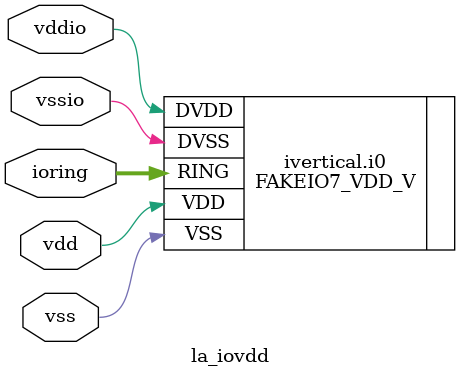
<source format=v>
/*****************************************************************************
 * Function: Core Supply IO Cell
 * Copyright: Lambda Project Authors. All rights Reserved.
 * License:  MIT (see LICENSE file in Lambda repository)
 *
 * Docs:
 *
 * ../README.md
 *
 ****************************************************************************/
(* keep_hierarchy *)
module la_iovdd #(
    parameter PROP  = "DEFAULT",  // cell property
    parameter SIDE  = "NO",       // "NO", "SO", "EA", "WE"
    parameter RINGW = 8           // width of io ring
) (
    inout             vdd,    // core supply
    inout             vss,    // core ground
    inout             vddio,  // io supply
    inout             vssio,  // io ground
    inout [RINGW-1:0] ioring  // generic ioring interface
);

  generate
    if (SIDE == "NO" | SIDE == "SO") begin : ivertical
      FAKEIO7_VDD_V i0 (
          .DVDD(vddio),
          .DVSS(vssio),
          .VDD (vdd),
          .VSS (vss),
          .RING(ioring)
      );
    end else begin : ihorizontal
      FAKEIO7_VDD_H i0 (
          .DVDD(vddio),
          .DVSS(vssio),
          .VDD (vdd),
          .VSS (vss),
          .RING(ioring)
      );
    end
  endgenerate

endmodule

</source>
